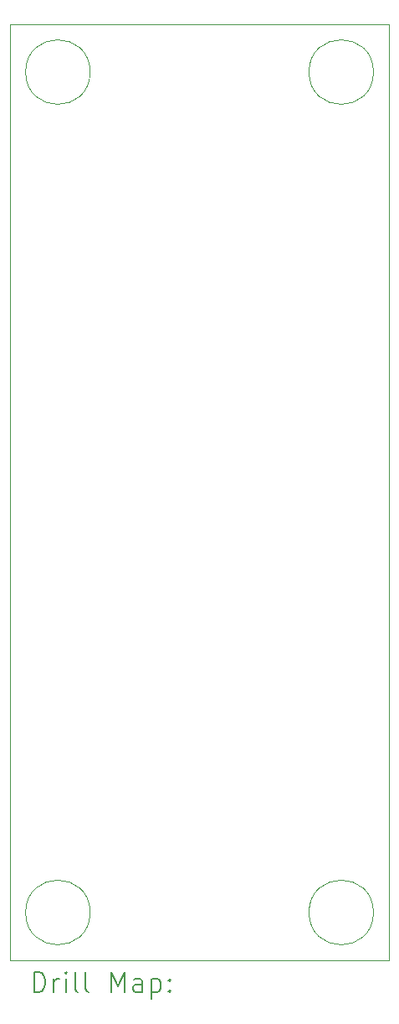
<source format=gbr>
%TF.GenerationSoftware,KiCad,Pcbnew,7.0.2*%
%TF.CreationDate,2023-08-01T20:04:04-04:00*%
%TF.ProjectId,imu-testbed,696d752d-7465-4737-9462-65642e6b6963,rev?*%
%TF.SameCoordinates,Original*%
%TF.FileFunction,Drillmap*%
%TF.FilePolarity,Positive*%
%FSLAX45Y45*%
G04 Gerber Fmt 4.5, Leading zero omitted, Abs format (unit mm)*
G04 Created by KiCad (PCBNEW 7.0.2) date 2023-08-01 20:04:04*
%MOMM*%
%LPD*%
G01*
G04 APERTURE LIST*
%ADD10C,0.100000*%
%ADD11C,0.200000*%
G04 APERTURE END LIST*
D10*
X15528400Y-15447300D02*
G75*
G03*
X15528400Y-15447300I-326500J0D01*
G01*
X12660000Y-15447300D02*
G75*
G03*
X12660000Y-15447300I-326500J0D01*
G01*
X12660000Y-6955900D02*
G75*
G03*
X12660000Y-6955900I-326500J0D01*
G01*
X15528400Y-6955900D02*
G75*
G03*
X15528400Y-6955900I-326500J0D01*
G01*
X11849100Y-6477000D02*
X15684500Y-6477000D01*
X15684500Y-15933420D01*
X11849100Y-15933420D01*
X11849100Y-6477000D01*
D11*
X12091719Y-16250944D02*
X12091719Y-16050944D01*
X12091719Y-16050944D02*
X12139338Y-16050944D01*
X12139338Y-16050944D02*
X12167909Y-16060468D01*
X12167909Y-16060468D02*
X12186957Y-16079515D01*
X12186957Y-16079515D02*
X12196481Y-16098563D01*
X12196481Y-16098563D02*
X12206005Y-16136658D01*
X12206005Y-16136658D02*
X12206005Y-16165229D01*
X12206005Y-16165229D02*
X12196481Y-16203325D01*
X12196481Y-16203325D02*
X12186957Y-16222372D01*
X12186957Y-16222372D02*
X12167909Y-16241420D01*
X12167909Y-16241420D02*
X12139338Y-16250944D01*
X12139338Y-16250944D02*
X12091719Y-16250944D01*
X12291719Y-16250944D02*
X12291719Y-16117610D01*
X12291719Y-16155706D02*
X12301243Y-16136658D01*
X12301243Y-16136658D02*
X12310767Y-16127134D01*
X12310767Y-16127134D02*
X12329814Y-16117610D01*
X12329814Y-16117610D02*
X12348862Y-16117610D01*
X12415528Y-16250944D02*
X12415528Y-16117610D01*
X12415528Y-16050944D02*
X12406005Y-16060468D01*
X12406005Y-16060468D02*
X12415528Y-16069991D01*
X12415528Y-16069991D02*
X12425052Y-16060468D01*
X12425052Y-16060468D02*
X12415528Y-16050944D01*
X12415528Y-16050944D02*
X12415528Y-16069991D01*
X12539338Y-16250944D02*
X12520290Y-16241420D01*
X12520290Y-16241420D02*
X12510767Y-16222372D01*
X12510767Y-16222372D02*
X12510767Y-16050944D01*
X12644100Y-16250944D02*
X12625052Y-16241420D01*
X12625052Y-16241420D02*
X12615528Y-16222372D01*
X12615528Y-16222372D02*
X12615528Y-16050944D01*
X12872671Y-16250944D02*
X12872671Y-16050944D01*
X12872671Y-16050944D02*
X12939338Y-16193801D01*
X12939338Y-16193801D02*
X13006005Y-16050944D01*
X13006005Y-16050944D02*
X13006005Y-16250944D01*
X13186957Y-16250944D02*
X13186957Y-16146182D01*
X13186957Y-16146182D02*
X13177433Y-16127134D01*
X13177433Y-16127134D02*
X13158386Y-16117610D01*
X13158386Y-16117610D02*
X13120290Y-16117610D01*
X13120290Y-16117610D02*
X13101243Y-16127134D01*
X13186957Y-16241420D02*
X13167909Y-16250944D01*
X13167909Y-16250944D02*
X13120290Y-16250944D01*
X13120290Y-16250944D02*
X13101243Y-16241420D01*
X13101243Y-16241420D02*
X13091719Y-16222372D01*
X13091719Y-16222372D02*
X13091719Y-16203325D01*
X13091719Y-16203325D02*
X13101243Y-16184277D01*
X13101243Y-16184277D02*
X13120290Y-16174753D01*
X13120290Y-16174753D02*
X13167909Y-16174753D01*
X13167909Y-16174753D02*
X13186957Y-16165229D01*
X13282195Y-16117610D02*
X13282195Y-16317610D01*
X13282195Y-16127134D02*
X13301243Y-16117610D01*
X13301243Y-16117610D02*
X13339338Y-16117610D01*
X13339338Y-16117610D02*
X13358386Y-16127134D01*
X13358386Y-16127134D02*
X13367909Y-16136658D01*
X13367909Y-16136658D02*
X13377433Y-16155706D01*
X13377433Y-16155706D02*
X13377433Y-16212848D01*
X13377433Y-16212848D02*
X13367909Y-16231896D01*
X13367909Y-16231896D02*
X13358386Y-16241420D01*
X13358386Y-16241420D02*
X13339338Y-16250944D01*
X13339338Y-16250944D02*
X13301243Y-16250944D01*
X13301243Y-16250944D02*
X13282195Y-16241420D01*
X13463148Y-16231896D02*
X13472671Y-16241420D01*
X13472671Y-16241420D02*
X13463148Y-16250944D01*
X13463148Y-16250944D02*
X13453624Y-16241420D01*
X13453624Y-16241420D02*
X13463148Y-16231896D01*
X13463148Y-16231896D02*
X13463148Y-16250944D01*
X13463148Y-16127134D02*
X13472671Y-16136658D01*
X13472671Y-16136658D02*
X13463148Y-16146182D01*
X13463148Y-16146182D02*
X13453624Y-16136658D01*
X13453624Y-16136658D02*
X13463148Y-16127134D01*
X13463148Y-16127134D02*
X13463148Y-16146182D01*
M02*

</source>
